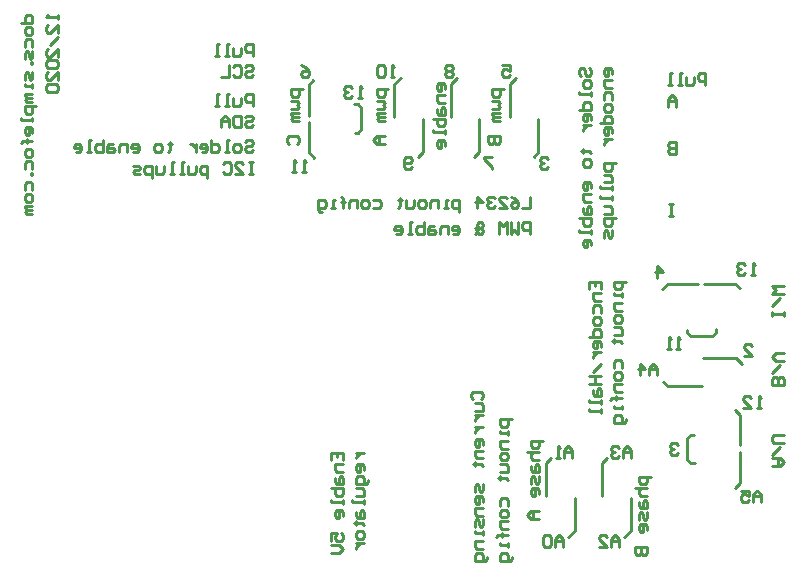
<source format=gbo>
G04*
G04 #@! TF.GenerationSoftware,Altium Limited,Altium Designer,18.0.7 (293)*
G04*
G04 Layer_Color=32896*
%FSLAX25Y25*%
%MOIN*%
G70*
G01*
G75*
%ADD11C,0.01000*%
D11*
X210531Y25886D02*
X212598Y27953D01*
Y38976D01*
X203051Y50689D02*
X204626Y52264D01*
X203051Y39370D02*
Y50689D01*
X191831Y25886D02*
X193898Y27953D01*
Y38976D01*
X184351Y50689D02*
X185925Y52264D01*
X184351Y39370D02*
Y50689D01*
X247638Y85630D02*
X249705Y83563D01*
X236614Y85630D02*
X247638D01*
X223327Y77658D02*
X224902Y76083D01*
X236221D01*
X152559Y176772D02*
X154626Y178839D01*
X152559Y165748D02*
Y176772D01*
X160531Y152461D02*
X162106Y154035D01*
Y165354D01*
X133858Y176772D02*
X135925Y178839D01*
X133858Y165748D02*
Y176772D01*
X141831Y152461D02*
X143405Y154035D01*
Y165354D01*
X172244Y176772D02*
X174311Y178839D01*
X172244Y165748D02*
Y176772D01*
X180217Y152461D02*
X181791Y154035D01*
Y165354D01*
X224902Y110236D02*
X225787D01*
X237205D02*
X247539D01*
X249016Y108760D01*
X225787Y110236D02*
X234941D01*
X223130Y108465D02*
X224902Y110236D01*
X231496Y93799D02*
X232579Y92716D01*
X239665D01*
X240945Y93996D01*
Y95177D01*
X231496Y93799D02*
Y94882D01*
X105315Y154035D02*
Y154921D01*
Y166339D02*
Y176673D01*
X106791Y178149D01*
X105315Y154921D02*
Y164075D01*
Y154035D02*
X107087Y152264D01*
X121752Y160630D02*
X122835Y161713D01*
Y168799D01*
X121555Y170079D02*
X122835Y168799D01*
X120374Y170079D02*
X121555D01*
X120669Y160630D02*
X121752D01*
X249016Y65551D02*
Y66437D01*
Y43799D02*
Y54134D01*
X247539Y42323D02*
X249016Y43799D01*
Y56398D02*
Y65551D01*
X247244Y68209D02*
X249016Y66437D01*
X231496Y58760D02*
X232579Y59842D01*
X231496Y51673D02*
Y58760D01*
Y51673D02*
X232776Y50394D01*
X233957D01*
X232579Y59842D02*
X233661D01*
X198629Y108376D02*
Y111000D01*
X202565D01*
Y108376D01*
X200597Y111000D02*
Y109688D01*
X202565Y107064D02*
X199941D01*
Y105096D01*
X200597Y104440D01*
X202565D01*
X199941Y100505D02*
Y102473D01*
X200597Y103129D01*
X201909D01*
X202565Y102473D01*
Y100505D01*
Y98537D02*
Y97225D01*
X201909Y96569D01*
X200597D01*
X199941Y97225D01*
Y98537D01*
X200597Y99193D01*
X201909D01*
X202565Y98537D01*
X198629Y92633D02*
X202565D01*
Y94601D01*
X201909Y95257D01*
X200597D01*
X199941Y94601D01*
Y92633D01*
X202565Y89353D02*
Y90665D01*
X201909Y91321D01*
X200597D01*
X199941Y90665D01*
Y89353D01*
X200597Y88697D01*
X201253D01*
Y91321D01*
X199941Y87386D02*
X202565D01*
X201253D01*
X200597Y86730D01*
X199941Y86074D01*
Y85418D01*
X202565Y83450D02*
X199941Y80826D01*
X198629Y79514D02*
X202565D01*
X200597D01*
Y76890D01*
X198629D01*
X202565D01*
X199941Y74922D02*
Y73611D01*
X200597Y72954D01*
X202565D01*
Y74922D01*
X201909Y75578D01*
X201253Y74922D01*
Y72954D01*
X202565Y71643D02*
Y70331D01*
Y70987D01*
X198629D01*
Y71643D01*
X202565Y68363D02*
Y67051D01*
Y67707D01*
X198629D01*
Y68363D01*
X211000Y111000D02*
X207064D01*
Y109032D01*
X207720Y108376D01*
X209032D01*
X209688Y109032D01*
Y111000D01*
Y107064D02*
Y105752D01*
Y106408D01*
X207064D01*
Y107064D01*
X209688Y103785D02*
X207064D01*
Y101817D01*
X207720Y101161D01*
X209688D01*
Y99193D02*
Y97881D01*
X209032Y97225D01*
X207720D01*
X207064Y97881D01*
Y99193D01*
X207720Y99849D01*
X209032D01*
X209688Y99193D01*
X207064Y95913D02*
X209032D01*
X209688Y95257D01*
Y93289D01*
X207064D01*
X206408Y91321D02*
X207064D01*
Y91977D01*
Y90665D01*
Y91321D01*
X209032D01*
X209688Y90665D01*
X207064Y82138D02*
Y84106D01*
X207720Y84762D01*
X209032D01*
X209688Y84106D01*
Y82138D01*
Y80170D02*
Y78858D01*
X209032Y78202D01*
X207720D01*
X207064Y78858D01*
Y80170D01*
X207720Y80826D01*
X209032D01*
X209688Y80170D01*
Y76890D02*
X207064D01*
Y74922D01*
X207720Y74266D01*
X209688D01*
Y72299D02*
X206408D01*
X207720D01*
Y72954D01*
Y71643D01*
Y72299D01*
X206408D01*
X205752Y71643D01*
X209688Y69675D02*
Y68363D01*
Y69019D01*
X207064D01*
Y69675D01*
X211000Y65083D02*
Y64427D01*
X210344Y63771D01*
X207064D01*
Y65739D01*
X207720Y66395D01*
X209032D01*
X209688Y65739D01*
Y63771D01*
X263794Y99527D02*
Y100839D01*
Y100183D01*
X259858D01*
Y99527D01*
Y100839D01*
Y102807D02*
X262482Y105431D01*
X263794Y106743D02*
X259858D01*
X261170Y108055D01*
X259858Y109367D01*
X263794D01*
Y76551D02*
X259858D01*
Y78519D01*
X260514Y79175D01*
X261170D01*
X261826Y78519D01*
Y76551D01*
Y78519D01*
X262482Y79175D01*
X263138D01*
X263794Y78519D01*
Y76551D01*
X259858Y80487D02*
X262482Y83111D01*
X263794Y84423D02*
X261170D01*
X259858Y85735D01*
X261170Y87046D01*
X263794D01*
X103331Y175181D02*
X99395D01*
Y173213D01*
X100051Y172557D01*
X101363D01*
X102019Y173213D01*
Y175181D01*
X99395Y171245D02*
X101363D01*
X102019Y170589D01*
X101363Y169933D01*
X102019Y169278D01*
X101363Y168622D01*
X99395D01*
X102019Y167310D02*
X99395D01*
Y166654D01*
X100051Y165998D01*
X102019D01*
X100051D01*
X99395Y165342D01*
X100051Y164686D01*
X102019D01*
X98739Y156814D02*
X98083Y157470D01*
Y158782D01*
X98739Y159438D01*
X101363D01*
X102019Y158782D01*
Y157470D01*
X101363Y156814D01*
X226701Y136826D02*
X225389D01*
X226045D01*
Y132890D01*
X226701D01*
X225389D01*
X227679Y157495D02*
Y153559D01*
X225711D01*
X225055Y154215D01*
Y154871D01*
X225711Y155527D01*
X227679D01*
X225711D01*
X225055Y156183D01*
Y156839D01*
X225711Y157495D01*
X227679D01*
X9267Y197164D02*
X13203D01*
Y199131D01*
X12547Y199787D01*
X11235D01*
X10579Y199131D01*
Y197164D01*
X13203Y195196D02*
Y193884D01*
X12547Y193228D01*
X11235D01*
X10579Y193884D01*
Y195196D01*
X11235Y195852D01*
X12547D01*
X13203Y195196D01*
X10579Y189292D02*
Y191260D01*
X11235Y191916D01*
X12547D01*
X13203Y191260D01*
Y189292D01*
Y187980D02*
Y186012D01*
X12547Y185356D01*
X11891Y186012D01*
Y187324D01*
X11235Y187980D01*
X10579Y187324D01*
Y185356D01*
X13203Y184044D02*
X12547D01*
Y183388D01*
X13203D01*
Y184044D01*
Y180765D02*
Y178797D01*
X12547Y178141D01*
X11891Y178797D01*
Y180109D01*
X11235Y180765D01*
X10579Y180109D01*
Y178141D01*
X13203Y176829D02*
Y175517D01*
Y176173D01*
X10579D01*
Y176829D01*
X13203Y173549D02*
X10579D01*
Y172893D01*
X11235Y172237D01*
X13203D01*
X11235D01*
X10579Y171581D01*
X11235Y170925D01*
X13203D01*
X14515Y169613D02*
X10579D01*
Y167646D01*
X11235Y166990D01*
X12547D01*
X13203Y167646D01*
Y169613D01*
Y165678D02*
Y164366D01*
Y165022D01*
X9267D01*
Y165678D01*
X13203Y160430D02*
Y161742D01*
X12547Y162398D01*
X11235D01*
X10579Y161742D01*
Y160430D01*
X11235Y159774D01*
X11891D01*
Y162398D01*
X13203Y157806D02*
X9923D01*
X11235D01*
Y158462D01*
Y157150D01*
Y157806D01*
X9923D01*
X9267Y157150D01*
X13203Y154526D02*
Y153215D01*
X12547Y152559D01*
X11235D01*
X10579Y153215D01*
Y154526D01*
X11235Y155182D01*
X12547D01*
X13203Y154526D01*
X10579Y148623D02*
Y150591D01*
X11235Y151247D01*
X12547D01*
X13203Y150591D01*
Y148623D01*
Y147311D02*
X12547D01*
Y146655D01*
X13203D01*
Y147311D01*
X10579Y141407D02*
Y143375D01*
X11235Y144031D01*
X12547D01*
X13203Y143375D01*
Y141407D01*
Y139439D02*
Y138128D01*
X12547Y137471D01*
X11235D01*
X10579Y138128D01*
Y139439D01*
X11235Y140095D01*
X12547D01*
X13203Y139439D01*
Y136160D02*
X10579D01*
Y135504D01*
X11235Y134848D01*
X13203D01*
X11235D01*
X10579Y134192D01*
X11235Y133536D01*
X13203D01*
X21638Y199787D02*
Y198476D01*
Y199131D01*
X17702D01*
X18358Y199787D01*
X21638Y193884D02*
Y196508D01*
X19014Y193884D01*
X18358D01*
X17702Y194540D01*
Y195852D01*
X18358Y196508D01*
X21638Y192572D02*
X19014Y189948D01*
X21638Y186012D02*
Y188636D01*
X19014Y186012D01*
X18358D01*
X17702Y186668D01*
Y187980D01*
X18358Y188636D01*
Y184700D02*
X17702Y184044D01*
Y182732D01*
X18358Y182077D01*
X20982D01*
X21638Y182732D01*
Y184044D01*
X20982Y184700D01*
X18358D01*
X21638Y178141D02*
Y180765D01*
X19014Y178141D01*
X18358D01*
X17702Y178797D01*
Y180109D01*
X18358Y180765D01*
Y176829D02*
X17702Y176173D01*
Y174861D01*
X18358Y174205D01*
X20982D01*
X21638Y174861D01*
Y176173D01*
X20982Y176829D01*
X18358D01*
X131874Y175181D02*
X127938D01*
Y173213D01*
X128594Y172557D01*
X129906D01*
X130562Y173213D01*
Y175181D01*
X127938Y171245D02*
X129906D01*
X130562Y170589D01*
X129906Y169933D01*
X130562Y169278D01*
X129906Y168622D01*
X127938D01*
X130562Y167310D02*
X127938D01*
Y166654D01*
X128594Y165998D01*
X130562D01*
X128594D01*
X127938Y165342D01*
X128594Y164686D01*
X130562D01*
Y159438D02*
X127938D01*
X126626Y158126D01*
X127938Y156814D01*
X130562D01*
X128594D01*
Y159438D01*
X83975Y157400D02*
X84631Y158056D01*
X85943D01*
X86598Y157400D01*
Y156744D01*
X85943Y156088D01*
X84631D01*
X83975Y155432D01*
Y154776D01*
X84631Y154120D01*
X85943D01*
X86598Y154776D01*
X82007Y154120D02*
X80695D01*
X80039Y154776D01*
Y156088D01*
X80695Y156744D01*
X82007D01*
X82663Y156088D01*
Y154776D01*
X82007Y154120D01*
X78727D02*
X77415D01*
X78071D01*
Y158056D01*
X78727D01*
X72823D02*
Y154120D01*
X74791D01*
X75447Y154776D01*
Y156088D01*
X74791Y156744D01*
X72823D01*
X69544Y154120D02*
X70855D01*
X71511Y154776D01*
Y156088D01*
X70855Y156744D01*
X69544D01*
X68888Y156088D01*
Y155432D01*
X71511D01*
X67576Y156744D02*
Y154120D01*
Y155432D01*
X66920Y156088D01*
X66264Y156744D01*
X65608D01*
X59048Y157400D02*
Y156744D01*
X59704D01*
X58392D01*
X59048D01*
Y154776D01*
X58392Y154120D01*
X55769D02*
X54457D01*
X53801Y154776D01*
Y156088D01*
X54457Y156744D01*
X55769D01*
X56424Y156088D01*
Y154776D01*
X55769Y154120D01*
X46585D02*
X47897D01*
X48553Y154776D01*
Y156088D01*
X47897Y156744D01*
X46585D01*
X45929Y156088D01*
Y155432D01*
X48553D01*
X44617Y154120D02*
Y156744D01*
X42649D01*
X41993Y156088D01*
Y154120D01*
X40025Y156744D02*
X38714D01*
X38058Y156088D01*
Y154120D01*
X40025D01*
X40681Y154776D01*
X40025Y155432D01*
X38058D01*
X36746Y158056D02*
Y154120D01*
X34778D01*
X34122Y154776D01*
Y155432D01*
Y156088D01*
X34778Y156744D01*
X36746D01*
X32810Y154120D02*
X31498D01*
X32154D01*
Y158056D01*
X32810D01*
X27562Y154120D02*
X28874D01*
X29530Y154776D01*
Y156088D01*
X28874Y156744D01*
X27562D01*
X26906Y156088D01*
Y155432D01*
X29530D01*
X86598Y150933D02*
X85286D01*
X85943D01*
Y146997D01*
X86598D01*
X85286D01*
X80695D02*
X83319D01*
X80695Y149621D01*
Y150277D01*
X81351Y150933D01*
X82663D01*
X83319Y150277D01*
X76759D02*
X77415Y150933D01*
X78727D01*
X79383Y150277D01*
Y147653D01*
X78727Y146997D01*
X77415D01*
X76759Y147653D01*
X71511Y145685D02*
Y149621D01*
X69544D01*
X68888Y148965D01*
Y147653D01*
X69544Y146997D01*
X71511D01*
X67576Y149621D02*
Y147653D01*
X66920Y146997D01*
X64952D01*
Y149621D01*
X63640Y146997D02*
X62328D01*
X62984D01*
Y150933D01*
X63640D01*
X60360Y146997D02*
X59048D01*
X59704D01*
Y150933D01*
X60360D01*
X57080Y149621D02*
Y147653D01*
X56424Y146997D01*
X54457D01*
Y149621D01*
X53145Y145685D02*
Y149621D01*
X51177D01*
X50521Y148965D01*
Y147653D01*
X51177Y146997D01*
X53145D01*
X49209D02*
X47241D01*
X46585Y147653D01*
X47241Y148309D01*
X48553D01*
X49209Y148965D01*
X48553Y149621D01*
X46585D01*
X86598Y169540D02*
Y173476D01*
X84631D01*
X83975Y172820D01*
Y171508D01*
X84631Y170852D01*
X86598D01*
X82663Y172164D02*
Y170196D01*
X82007Y169540D01*
X80039D01*
Y172164D01*
X78727Y169540D02*
X77415D01*
X78071D01*
Y173476D01*
X78727D01*
X75447Y169540D02*
X74135D01*
X74791D01*
Y173476D01*
X75447D01*
X83975Y165697D02*
X84631Y166353D01*
X85943D01*
X86598Y165697D01*
Y165041D01*
X85943Y164385D01*
X84631D01*
X83975Y163729D01*
Y163073D01*
X84631Y162417D01*
X85943D01*
X86598Y163073D01*
X82663Y166353D02*
Y162417D01*
X80695D01*
X80039Y163073D01*
Y165697D01*
X80695Y166353D01*
X82663D01*
X78727Y162417D02*
Y165041D01*
X77415Y166353D01*
X76103Y165041D01*
Y162417D01*
Y164385D01*
X78727D01*
X179118Y139355D02*
Y135419D01*
X176494D01*
X172558Y139355D02*
X173871Y138699D01*
X175182Y137387D01*
Y136075D01*
X174526Y135419D01*
X173214D01*
X172558Y136075D01*
Y136731D01*
X173214Y137387D01*
X175182D01*
X168623Y135419D02*
X171247D01*
X168623Y138043D01*
Y138699D01*
X169279Y139355D01*
X170591D01*
X171247Y138699D01*
X167311D02*
X166655Y139355D01*
X165343D01*
X164687Y138699D01*
Y138043D01*
X165343Y137387D01*
X165999D01*
X165343D01*
X164687Y136731D01*
Y136075D01*
X165343Y135419D01*
X166655D01*
X167311Y136075D01*
X161407Y135419D02*
Y139355D01*
X163375Y137387D01*
X160751D01*
X155504Y134107D02*
Y138043D01*
X153536D01*
X152880Y137387D01*
Y136075D01*
X153536Y135419D01*
X155504D01*
X151568D02*
X150256D01*
X150912D01*
Y138043D01*
X151568D01*
X148288Y135419D02*
Y138043D01*
X146320D01*
X145664Y137387D01*
Y135419D01*
X143696D02*
X142385D01*
X141729Y136075D01*
Y137387D01*
X142385Y138043D01*
X143696D01*
X144352Y137387D01*
Y136075D01*
X143696Y135419D01*
X140417Y138043D02*
Y136075D01*
X139761Y135419D01*
X137793D01*
Y138043D01*
X135825Y138699D02*
Y138043D01*
X136481D01*
X135169D01*
X135825D01*
Y136075D01*
X135169Y135419D01*
X126642Y138043D02*
X128609D01*
X129265Y137387D01*
Y136075D01*
X128609Y135419D01*
X126642D01*
X124674D02*
X123362D01*
X122706Y136075D01*
Y137387D01*
X123362Y138043D01*
X124674D01*
X125330Y137387D01*
Y136075D01*
X124674Y135419D01*
X121394D02*
Y138043D01*
X119426D01*
X118770Y137387D01*
Y135419D01*
X116802D02*
Y138699D01*
Y137387D01*
X117458D01*
X116146D01*
X116802D01*
Y138699D01*
X116146Y139355D01*
X114178Y135419D02*
X112866D01*
X113523D01*
Y138043D01*
X114178D01*
X109587Y134107D02*
X108931D01*
X108275Y134763D01*
Y138043D01*
X110243D01*
X110899Y137387D01*
Y136075D01*
X110243Y135419D01*
X108275D01*
X179118Y126984D02*
Y130920D01*
X177150D01*
X176494Y130264D01*
Y128952D01*
X177150Y128296D01*
X179118D01*
X175182Y130920D02*
Y126984D01*
X173871Y128296D01*
X172558Y126984D01*
Y130920D01*
X171247Y126984D02*
Y130920D01*
X169935Y129608D01*
X168623Y130920D01*
Y126984D01*
X160751D02*
X161407Y127640D01*
X162063Y126984D01*
X162719D01*
X163375Y127640D01*
Y128296D01*
X162719Y128952D01*
X163375Y129608D01*
Y130264D01*
X162719Y130920D01*
X162063D01*
X161407Y130264D01*
Y129608D01*
X162063Y128952D01*
X161407Y128296D01*
Y127640D01*
X160751Y128952D02*
X161407Y128296D01*
X162719Y128952D02*
X162063D01*
X153536Y126984D02*
X154848D01*
X155504Y127640D01*
Y128952D01*
X154848Y129608D01*
X153536D01*
X152880Y128952D01*
Y128296D01*
X155504D01*
X151568Y126984D02*
Y129608D01*
X149600D01*
X148944Y128952D01*
Y126984D01*
X146976Y129608D02*
X145664D01*
X145008Y128952D01*
Y126984D01*
X146976D01*
X147632Y127640D01*
X146976Y128296D01*
X145008D01*
X143696Y130920D02*
Y126984D01*
X141729D01*
X141073Y127640D01*
Y128296D01*
Y128952D01*
X141729Y129608D01*
X143696D01*
X139761Y126984D02*
X138449D01*
X139105D01*
Y130920D01*
X139761D01*
X134513Y126984D02*
X135825D01*
X136481Y127640D01*
Y128952D01*
X135825Y129608D01*
X134513D01*
X133857Y128952D01*
Y128296D01*
X136481D01*
X159974Y71720D02*
X159318Y72376D01*
Y73688D01*
X159974Y74344D01*
X162597D01*
X163253Y73688D01*
Y72376D01*
X162597Y71720D01*
X160629Y70408D02*
X162597D01*
X163253Y69752D01*
Y67785D01*
X160629D01*
Y66473D02*
X163253D01*
X161941D01*
X161285Y65817D01*
X160629Y65161D01*
Y64505D01*
Y62537D02*
X163253D01*
X161941D01*
X161285Y61881D01*
X160629Y61225D01*
Y60569D01*
X163253Y56633D02*
Y57945D01*
X162597Y58601D01*
X161285D01*
X160629Y57945D01*
Y56633D01*
X161285Y55977D01*
X161941D01*
Y58601D01*
X163253Y54665D02*
X160629D01*
Y52697D01*
X161285Y52042D01*
X163253D01*
X159974Y50074D02*
X160629D01*
Y50730D01*
Y49418D01*
Y50074D01*
X162597D01*
X163253Y49418D01*
Y43514D02*
Y41546D01*
X162597Y40890D01*
X161941Y41546D01*
Y42858D01*
X161285Y43514D01*
X160629Y42858D01*
Y40890D01*
X163253Y37611D02*
Y38922D01*
X162597Y39578D01*
X161285D01*
X160629Y38922D01*
Y37611D01*
X161285Y36955D01*
X161941D01*
Y39578D01*
X163253Y35643D02*
X160629D01*
Y33675D01*
X161285Y33019D01*
X163253D01*
Y31707D02*
Y29739D01*
X162597Y29083D01*
X161941Y29739D01*
Y31051D01*
X161285Y31707D01*
X160629Y31051D01*
Y29083D01*
X163253Y27771D02*
Y26459D01*
Y27115D01*
X160629D01*
Y27771D01*
X163253Y24491D02*
X160629D01*
Y22524D01*
X161285Y21868D01*
X163253D01*
X164565Y19244D02*
Y18588D01*
X163909Y17932D01*
X160629D01*
Y19900D01*
X161285Y20556D01*
X162597D01*
X163253Y19900D01*
Y17932D01*
X173000Y65161D02*
X169064D01*
Y63193D01*
X169720Y62537D01*
X171032D01*
X171688Y63193D01*
Y65161D01*
Y61225D02*
Y59913D01*
Y60569D01*
X169064D01*
Y61225D01*
X171688Y57945D02*
X169064D01*
Y55977D01*
X169720Y55321D01*
X171688D01*
Y53353D02*
Y52042D01*
X171032Y51386D01*
X169720D01*
X169064Y52042D01*
Y53353D01*
X169720Y54009D01*
X171032D01*
X171688Y53353D01*
X169064Y50074D02*
X171032D01*
X171688Y49418D01*
Y47450D01*
X169064D01*
X168408Y45482D02*
X169064D01*
Y46138D01*
Y44826D01*
Y45482D01*
X171032D01*
X171688Y44826D01*
X169064Y36299D02*
Y38266D01*
X169720Y38922D01*
X171032D01*
X171688Y38266D01*
Y36299D01*
Y34331D02*
Y33019D01*
X171032Y32363D01*
X169720D01*
X169064Y33019D01*
Y34331D01*
X169720Y34987D01*
X171032D01*
X171688Y34331D01*
Y31051D02*
X169064D01*
Y29083D01*
X169720Y28427D01*
X171688D01*
Y26459D02*
X168408D01*
X169720D01*
Y27115D01*
Y25803D01*
Y26459D01*
X168408D01*
X167752Y25803D01*
X171688Y23835D02*
Y22524D01*
Y23179D01*
X169064D01*
Y23835D01*
X173000Y19244D02*
Y18588D01*
X172344Y17932D01*
X169064D01*
Y19900D01*
X169720Y20556D01*
X171032D01*
X171688Y19900D01*
Y17932D01*
X195947Y179447D02*
X195291Y180103D01*
Y181415D01*
X195947Y182071D01*
X196603D01*
X197259Y181415D01*
Y180103D01*
X197915Y179447D01*
X198571D01*
X199227Y180103D01*
Y181415D01*
X198571Y182071D01*
X199227Y177479D02*
Y176167D01*
X198571Y175511D01*
X197259D01*
X196603Y176167D01*
Y177479D01*
X197259Y178135D01*
X198571D01*
X199227Y177479D01*
Y174199D02*
Y172888D01*
Y173543D01*
X195291D01*
Y174199D01*
Y168296D02*
X199227D01*
Y170264D01*
X198571Y170920D01*
X197259D01*
X196603Y170264D01*
Y168296D01*
X199227Y165016D02*
Y166328D01*
X198571Y166984D01*
X197259D01*
X196603Y166328D01*
Y165016D01*
X197259Y164360D01*
X197915D01*
Y166984D01*
X196603Y163048D02*
X199227D01*
X197915D01*
X197259Y162392D01*
X196603Y161736D01*
Y161080D01*
X195947Y154521D02*
X196603D01*
Y155177D01*
Y153865D01*
Y154521D01*
X198571D01*
X199227Y153865D01*
Y151241D02*
Y149929D01*
X198571Y149273D01*
X197259D01*
X196603Y149929D01*
Y151241D01*
X197259Y151897D01*
X198571D01*
X199227Y151241D01*
Y142058D02*
Y143369D01*
X198571Y144025D01*
X197259D01*
X196603Y143369D01*
Y142058D01*
X197259Y141402D01*
X197915D01*
Y144025D01*
X199227Y140090D02*
X196603D01*
Y138122D01*
X197259Y137466D01*
X199227D01*
X196603Y135498D02*
Y134186D01*
X197259Y133530D01*
X199227D01*
Y135498D01*
X198571Y136154D01*
X197915Y135498D01*
Y133530D01*
X195291Y132218D02*
X199227D01*
Y130250D01*
X198571Y129594D01*
X197915D01*
X197259D01*
X196603Y130250D01*
Y132218D01*
X199227Y128282D02*
Y126971D01*
Y127627D01*
X195291D01*
Y128282D01*
X199227Y123035D02*
Y124347D01*
X198571Y125003D01*
X197259D01*
X196603Y124347D01*
Y123035D01*
X197259Y122379D01*
X197915D01*
Y125003D01*
X206349Y180103D02*
Y181415D01*
X205694Y182071D01*
X204382D01*
X203726Y181415D01*
Y180103D01*
X204382Y179447D01*
X205038D01*
Y182071D01*
X206349Y178135D02*
X203726D01*
Y176167D01*
X204382Y175511D01*
X206349D01*
X203726Y171576D02*
Y173543D01*
X204382Y174199D01*
X205694D01*
X206349Y173543D01*
Y171576D01*
Y169608D02*
Y168296D01*
X205694Y167640D01*
X204382D01*
X203726Y168296D01*
Y169608D01*
X204382Y170264D01*
X205694D01*
X206349Y169608D01*
X202414Y163704D02*
X206349D01*
Y165672D01*
X205694Y166328D01*
X204382D01*
X203726Y165672D01*
Y163704D01*
X206349Y160424D02*
Y161736D01*
X205694Y162392D01*
X204382D01*
X203726Y161736D01*
Y160424D01*
X204382Y159768D01*
X205038D01*
Y162392D01*
X203726Y158456D02*
X206349D01*
X205038D01*
X204382Y157800D01*
X203726Y157144D01*
Y156489D01*
X207661Y150585D02*
X203726D01*
Y148617D01*
X204382Y147961D01*
X205694D01*
X206349Y148617D01*
Y150585D01*
X203726Y146649D02*
X205694D01*
X206349Y145993D01*
Y144025D01*
X203726D01*
X206349Y142713D02*
Y141402D01*
Y142058D01*
X202414D01*
Y142713D01*
X206349Y139434D02*
Y138122D01*
Y138778D01*
X202414D01*
Y139434D01*
X203726Y136154D02*
X205694D01*
X206349Y135498D01*
Y133530D01*
X203726D01*
X207661Y132218D02*
X203726D01*
Y130250D01*
X204382Y129594D01*
X205694D01*
X206349Y130250D01*
Y132218D01*
Y128282D02*
Y126315D01*
X205694Y125659D01*
X205038Y126315D01*
Y127627D01*
X204382Y128282D01*
X203726Y127627D01*
Y125659D01*
X112629Y51376D02*
Y54000D01*
X116565D01*
Y51376D01*
X114597Y54000D02*
Y52688D01*
X116565Y50064D02*
X113941D01*
Y48096D01*
X114597Y47440D01*
X116565D01*
X113941Y45473D02*
Y44161D01*
X114597Y43505D01*
X116565D01*
Y45473D01*
X115909Y46128D01*
X115253Y45473D01*
Y43505D01*
X112629Y42193D02*
X116565D01*
Y40225D01*
X115909Y39569D01*
X115253D01*
X114597D01*
X113941Y40225D01*
Y42193D01*
X116565Y38257D02*
Y36945D01*
Y37601D01*
X112629D01*
Y38257D01*
X116565Y33009D02*
Y34321D01*
X115909Y34977D01*
X114597D01*
X113941Y34321D01*
Y33009D01*
X114597Y32353D01*
X115253D01*
Y34977D01*
X112629Y24482D02*
Y27106D01*
X114597D01*
X113941Y25794D01*
Y25138D01*
X114597Y24482D01*
X115909D01*
X116565Y25138D01*
Y26450D01*
X115909Y27106D01*
X112629Y23170D02*
X115253D01*
X116565Y21858D01*
X115253Y20546D01*
X112629D01*
X121064Y54000D02*
X123688D01*
X122376D01*
X121720Y53344D01*
X121064Y52688D01*
Y52032D01*
X123688Y48096D02*
Y49408D01*
X123032Y50064D01*
X121720D01*
X121064Y49408D01*
Y48096D01*
X121720Y47440D01*
X122376D01*
Y50064D01*
X125000Y44817D02*
Y44161D01*
X124344Y43505D01*
X121064D01*
Y45473D01*
X121720Y46128D01*
X123032D01*
X123688Y45473D01*
Y43505D01*
X121064Y42193D02*
X123032D01*
X123688Y41537D01*
Y39569D01*
X121064D01*
X123688Y38257D02*
Y36945D01*
Y37601D01*
X119752D01*
Y38257D01*
X121064Y34321D02*
Y33009D01*
X121720Y32353D01*
X123688D01*
Y34321D01*
X123032Y34977D01*
X122376Y34321D01*
Y32353D01*
X120408Y30386D02*
X121064D01*
Y31041D01*
Y29730D01*
Y30386D01*
X123032D01*
X123688Y29730D01*
Y27106D02*
Y25794D01*
X123032Y25138D01*
X121720D01*
X121064Y25794D01*
Y27106D01*
X121720Y27762D01*
X123032D01*
X123688Y27106D01*
X121064Y23826D02*
X123688D01*
X122376D01*
X121720Y23170D01*
X121064Y22514D01*
Y21858D01*
X170260Y175181D02*
X166324D01*
Y173213D01*
X166980Y172557D01*
X168292D01*
X168948Y173213D01*
Y175181D01*
X166324Y171245D02*
X168292D01*
X168948Y170589D01*
X168292Y169933D01*
X168948Y169278D01*
X168292Y168622D01*
X166324D01*
X168948Y167310D02*
X166324D01*
Y166654D01*
X166980Y165998D01*
X168948D01*
X166980D01*
X166324Y165342D01*
X166980Y164686D01*
X168948D01*
X165012Y159438D02*
X168948D01*
Y157470D01*
X168292Y156814D01*
X167636D01*
X166980Y157470D01*
Y159438D01*
Y157470D01*
X166324Y156814D01*
X165668D01*
X165012Y157470D01*
Y159438D01*
X237520Y176430D02*
Y180366D01*
X235552D01*
X234896Y179710D01*
Y178398D01*
X235552Y177742D01*
X237520D01*
X233584Y179054D02*
Y177086D01*
X232928Y176430D01*
X230960D01*
Y179054D01*
X229648Y176430D02*
X228336D01*
X228992D01*
Y180366D01*
X229648D01*
X226369Y176430D02*
X225057D01*
X225713D01*
Y180366D01*
X226369D01*
X227680Y169307D02*
Y171931D01*
X226369Y173243D01*
X225057Y171931D01*
Y169307D01*
Y171275D01*
X227680D01*
X86598Y186273D02*
Y190208D01*
X84631D01*
X83975Y189552D01*
Y188240D01*
X84631Y187584D01*
X86598D01*
X82663Y188896D02*
Y186928D01*
X82007Y186273D01*
X80039D01*
Y188896D01*
X78727Y186273D02*
X77415D01*
X78071D01*
Y190208D01*
X78727D01*
X75447Y186273D02*
X74135D01*
X74791D01*
Y190208D01*
X75447D01*
X83975Y182429D02*
X84631Y183085D01*
X85943D01*
X86598Y182429D01*
Y181773D01*
X85943Y181117D01*
X84631D01*
X83975Y180462D01*
Y179806D01*
X84631Y179150D01*
X85943D01*
X86598Y179806D01*
X80039Y182429D02*
X80695Y183085D01*
X82007D01*
X82663Y182429D01*
Y179806D01*
X82007Y179150D01*
X80695D01*
X80039Y179806D01*
X78727Y183085D02*
Y179150D01*
X76103D01*
X219312Y46000D02*
X215376D01*
Y44032D01*
X216032Y43376D01*
X217344D01*
X218000Y44032D01*
Y46000D01*
X214064Y42064D02*
X218000D01*
X216032D01*
X215376Y41408D01*
Y40096D01*
X216032Y39440D01*
X218000D01*
X215376Y37473D02*
Y36161D01*
X216032Y35505D01*
X218000D01*
Y37473D01*
X217344Y38129D01*
X216688Y37473D01*
Y35505D01*
X218000Y34193D02*
Y32225D01*
X217344Y31569D01*
X216688Y32225D01*
Y33537D01*
X216032Y34193D01*
X215376Y33537D01*
Y31569D01*
X218000Y28289D02*
Y29601D01*
X217344Y30257D01*
X216032D01*
X215376Y29601D01*
Y28289D01*
X216032Y27633D01*
X216688D01*
Y30257D01*
X214064Y22386D02*
X218000D01*
Y20418D01*
X217344Y19762D01*
X216688D01*
X216032Y20418D01*
Y22386D01*
Y20418D01*
X215376Y19762D01*
X214720D01*
X214064Y20418D01*
Y22386D01*
X183312Y58000D02*
X179376D01*
Y56032D01*
X180032Y55376D01*
X181344D01*
X182000Y56032D01*
Y58000D01*
X178064Y54064D02*
X182000D01*
X180032D01*
X179376Y53408D01*
Y52096D01*
X180032Y51440D01*
X182000D01*
X179376Y49473D02*
Y48161D01*
X180032Y47505D01*
X182000D01*
Y49473D01*
X181344Y50129D01*
X180688Y49473D01*
Y47505D01*
X182000Y46193D02*
Y44225D01*
X181344Y43569D01*
X180688Y44225D01*
Y45537D01*
X180032Y46193D01*
X179376Y45537D01*
Y43569D01*
X182000Y40289D02*
Y41601D01*
X181344Y42257D01*
X180032D01*
X179376Y41601D01*
Y40289D01*
X180032Y39633D01*
X180688D01*
Y42257D01*
X182000Y34386D02*
X179376D01*
X178064Y33074D01*
X179376Y31762D01*
X182000D01*
X180032D01*
Y34386D01*
X208661Y22638D02*
Y25262D01*
X207349Y26574D01*
X206038Y25262D01*
Y22638D01*
Y24606D01*
X208661D01*
X202102Y22638D02*
X204726D01*
X202102Y25262D01*
Y25918D01*
X202758Y26574D01*
X204070D01*
X204726Y25918D01*
X212646Y52213D02*
Y54836D01*
X211334Y56148D01*
X210022Y54836D01*
Y52213D01*
Y54181D01*
X212646D01*
X208710Y55493D02*
X208054Y56148D01*
X206742D01*
X206086Y55493D01*
Y54836D01*
X206742Y54181D01*
X207398D01*
X206742D01*
X206086Y53525D01*
Y52869D01*
X206742Y52213D01*
X208054D01*
X208710Y52869D01*
X189961Y22638D02*
Y25262D01*
X188649Y26574D01*
X187337Y25262D01*
Y22638D01*
Y24606D01*
X189961D01*
X186025Y25918D02*
X185369Y26574D01*
X184057D01*
X183401Y25918D01*
Y23294D01*
X184057Y22638D01*
X185369D01*
X186025Y23294D01*
Y25918D01*
X192913Y52165D02*
Y54789D01*
X191602Y56101D01*
X190290Y54789D01*
Y52165D01*
Y54133D01*
X192913D01*
X188978Y52165D02*
X187666D01*
X188322D01*
Y56101D01*
X188978Y55445D01*
X255906Y68898D02*
X254594D01*
X255250D01*
Y72833D01*
X255906Y72177D01*
X250002Y68898D02*
X252626D01*
X250002Y71522D01*
Y72177D01*
X250658Y72833D01*
X251970D01*
X252626Y72177D01*
X255906Y37402D02*
Y40025D01*
X254594Y41337D01*
X253282Y40025D01*
Y37402D01*
Y39369D01*
X255906D01*
X249346Y41337D02*
X251970D01*
Y39369D01*
X250658Y40025D01*
X250002D01*
X249346Y39369D01*
Y38058D01*
X250002Y37402D01*
X251314D01*
X251970Y38058D01*
X229174Y88426D02*
X227862D01*
X228518D01*
Y92361D01*
X229174Y91706D01*
X225894Y88426D02*
X224582D01*
X225238D01*
Y92361D01*
X225894Y91706D01*
X253937Y113189D02*
X252625D01*
X253281D01*
Y117125D01*
X253937Y116469D01*
X250657D02*
X250001Y117125D01*
X248689D01*
X248033Y116469D01*
Y115813D01*
X248689Y115157D01*
X249345D01*
X248689D01*
X248033Y114501D01*
Y113845D01*
X248689Y113189D01*
X250001D01*
X250657Y113845D01*
X221457Y79724D02*
Y82348D01*
X220145Y83660D01*
X218833Y82348D01*
Y79724D01*
Y81692D01*
X221457D01*
X215553Y79724D02*
Y83660D01*
X217521Y81692D01*
X214897D01*
X123031Y172244D02*
X121720D01*
X122376D01*
Y176180D01*
X123031Y175524D01*
X119752D02*
X119096Y176180D01*
X117784D01*
X117128Y175524D01*
Y174868D01*
X117784Y174212D01*
X118440D01*
X117784D01*
X117128Y173556D01*
Y172900D01*
X117784Y172244D01*
X119096D01*
X119752Y172900D01*
X102691Y183070D02*
X104003Y182414D01*
X105315Y181102D01*
Y179790D01*
X104659Y179134D01*
X103347D01*
X102691Y179790D01*
Y180446D01*
X103347Y181102D01*
X105315D01*
X228346Y56429D02*
X227691Y57085D01*
X226379D01*
X225723Y56429D01*
Y55773D01*
X226379Y55117D01*
X227034D01*
X226379D01*
X225723Y54461D01*
Y53806D01*
X226379Y53150D01*
X227691D01*
X228346Y53806D01*
X221457Y112205D02*
Y116140D01*
X223425Y114173D01*
X220801D01*
X250329Y86200D02*
X252953D01*
X250329Y88824D01*
Y89480D01*
X250985Y90136D01*
X252297D01*
X252953Y89480D01*
X259842Y49409D02*
X262466D01*
X263778Y50721D01*
X262466Y52033D01*
X259842D01*
X261810D01*
Y49409D01*
X259842Y53345D02*
X262466Y55969D01*
X263778Y57281D02*
X260498D01*
X259842Y57937D01*
Y59249D01*
X260498Y59905D01*
X263778D01*
X185039Y151902D02*
X184383Y152558D01*
X183071D01*
X182416Y151902D01*
Y151246D01*
X183071Y150590D01*
X183728D01*
X183071D01*
X182416Y149934D01*
Y149278D01*
X183071Y148622D01*
X184383D01*
X185039Y149278D01*
X139764D02*
X139108Y148622D01*
X137796D01*
X137140Y149278D01*
Y151902D01*
X137796Y152558D01*
X139108D01*
X139764Y151902D01*
Y151246D01*
X139108Y150590D01*
X137140D01*
X166339Y152558D02*
X163715D01*
Y151902D01*
X166339Y149278D01*
Y148622D01*
X153298Y182580D02*
X152642Y183236D01*
X151330D01*
X150675Y182580D01*
Y181924D01*
X151330Y181268D01*
X150675Y180612D01*
Y179956D01*
X151330Y179300D01*
X152642D01*
X153298Y179956D01*
Y180612D01*
X152642Y181268D01*
X153298Y181924D01*
Y182580D01*
X152642Y181268D02*
X151330D01*
X104331Y147638D02*
X103019D01*
X103675D01*
Y151574D01*
X104331Y150918D01*
X101051Y147638D02*
X99739D01*
X100395D01*
Y151574D01*
X101051Y150918D01*
X169620Y183070D02*
X172244D01*
Y181102D01*
X170932Y181758D01*
X170276D01*
X169620Y181102D01*
Y179790D01*
X170276Y179134D01*
X171588D01*
X172244Y179790D01*
X133858Y179134D02*
X132546D01*
X133202D01*
Y183070D01*
X133858Y182414D01*
X130578D02*
X129922Y183070D01*
X128611D01*
X127955Y182414D01*
Y179790D01*
X128611Y179134D01*
X129922D01*
X130578Y179790D01*
Y182414D01*
X150591Y175198D02*
Y176509D01*
X149935Y177165D01*
X148623D01*
X147967Y176509D01*
Y175198D01*
X148623Y174541D01*
X149279D01*
Y177165D01*
X150591Y173230D02*
X147967D01*
Y171262D01*
X148623Y170606D01*
X150591D01*
X147967Y168638D02*
Y167326D01*
X148623Y166670D01*
X150591D01*
Y168638D01*
X149935Y169294D01*
X149279Y168638D01*
Y166670D01*
X146655Y165358D02*
X150591D01*
Y163390D01*
X149935Y162734D01*
X149279D01*
X148623D01*
X147967Y163390D01*
Y165358D01*
X150591Y161422D02*
Y160110D01*
Y160766D01*
X146655D01*
Y161422D01*
X150591Y156175D02*
Y157487D01*
X149935Y158143D01*
X148623D01*
X147967Y157487D01*
Y156175D01*
X148623Y155519D01*
X149279D01*
Y158143D01*
M02*

</source>
